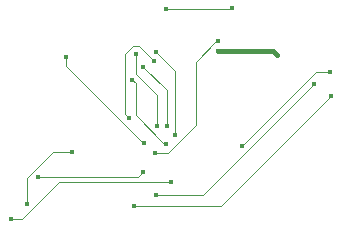
<source format=gbr>
G04 #@! TF.FileFunction,Copper,L2,Bot,Signal*
%FSLAX46Y46*%
G04 Gerber Fmt 4.6, Leading zero omitted, Abs format (unit mm)*
G04 Created by KiCad (PCBNEW 4.0.5) date 02/28/17 00:54:45*
%MOMM*%
%LPD*%
G01*
G04 APERTURE LIST*
%ADD10C,0.100000*%
%ADD11C,0.450000*%
%ADD12C,0.400000*%
%ADD13C,0.125000*%
G04 APERTURE END LIST*
D10*
D11*
X145213700Y-84228400D03*
X140190000Y-83891600D03*
X149764600Y-87716400D03*
X133040100Y-97041500D03*
X148278600Y-86736700D03*
X134923600Y-96106100D03*
X133834900Y-94170100D03*
X124912000Y-94558200D03*
X122640900Y-98146700D03*
X136218500Y-95036400D03*
X127330700Y-84434600D03*
X133920900Y-91710300D03*
X132927700Y-86376100D03*
X135782800Y-91804500D03*
X149676700Y-85727600D03*
X142237000Y-91940800D03*
X133852000Y-85248800D03*
X135845300Y-90312900D03*
X133231300Y-84149700D03*
X135002300Y-90300300D03*
X134748200Y-84798300D03*
X132624000Y-89587000D03*
X134939300Y-84047900D03*
X136525800Y-91082900D03*
X140168800Y-83095000D03*
X134842000Y-92541600D03*
X123993100Y-96901000D03*
X127840900Y-92456000D03*
X135798800Y-80330700D03*
X141376300Y-80283500D03*
D12*
X144876900Y-83891600D02*
X145213700Y-84228400D01*
X140190000Y-83891600D02*
X144876900Y-83891600D01*
D13*
X140439500Y-97041500D02*
X149764600Y-87716400D01*
X133040100Y-97041500D02*
X140439500Y-97041500D01*
X138909200Y-96106100D02*
X134923600Y-96106100D01*
X148278600Y-86736700D02*
X138909200Y-96106100D01*
X133446800Y-94558200D02*
X133834900Y-94170100D01*
X124912000Y-94558200D02*
X133446800Y-94558200D01*
X126731900Y-95036400D02*
X136218500Y-95036400D01*
X123621600Y-98146700D02*
X126731900Y-95036400D01*
X122640900Y-98146700D02*
X123621600Y-98146700D01*
X127330700Y-85203000D02*
X127330700Y-84434600D01*
X133838000Y-91710300D02*
X127330700Y-85203000D01*
X133920900Y-91710300D02*
X133838000Y-91710300D01*
X135649900Y-91804500D02*
X135782800Y-91804500D01*
X133231300Y-89385900D02*
X135649900Y-91804500D01*
X133231300Y-86679700D02*
X133231300Y-89385900D01*
X132927700Y-86376100D02*
X133231300Y-86679700D01*
X148450200Y-85727600D02*
X149676700Y-85727600D01*
X142237000Y-91940800D02*
X148450200Y-85727600D01*
X135845300Y-87242100D02*
X135845300Y-90312900D01*
X133852000Y-85248800D02*
X135845300Y-87242100D01*
X135002300Y-87619400D02*
X135002300Y-90300300D01*
X133231300Y-85848400D02*
X135002300Y-87619400D01*
X133231300Y-84149700D02*
X133231300Y-85848400D01*
X133457000Y-83507100D02*
X134748200Y-84798300D01*
X133015200Y-83507100D02*
X133457000Y-83507100D01*
X132339900Y-84182400D02*
X133015200Y-83507100D01*
X132339900Y-89302900D02*
X132339900Y-84182400D01*
X132624000Y-89587000D02*
X132339900Y-89302900D01*
X136525800Y-85634400D02*
X134939300Y-84047900D01*
X136525800Y-91082900D02*
X136525800Y-85634400D01*
X140032500Y-83095000D02*
X140168800Y-83095000D01*
X138294600Y-84832900D02*
X140032500Y-83095000D01*
X138294600Y-90175900D02*
X138294600Y-84832900D01*
X135928900Y-92541600D02*
X138294600Y-90175900D01*
X134842000Y-92541600D02*
X135928900Y-92541600D01*
X126182800Y-92456000D02*
X127840900Y-92456000D01*
X123993100Y-94645700D02*
X126182800Y-92456000D01*
X123993100Y-96901000D02*
X123993100Y-94645700D01*
X141329100Y-80330700D02*
X141376300Y-80283500D01*
X135798800Y-80330700D02*
X141329100Y-80330700D01*
M02*

</source>
